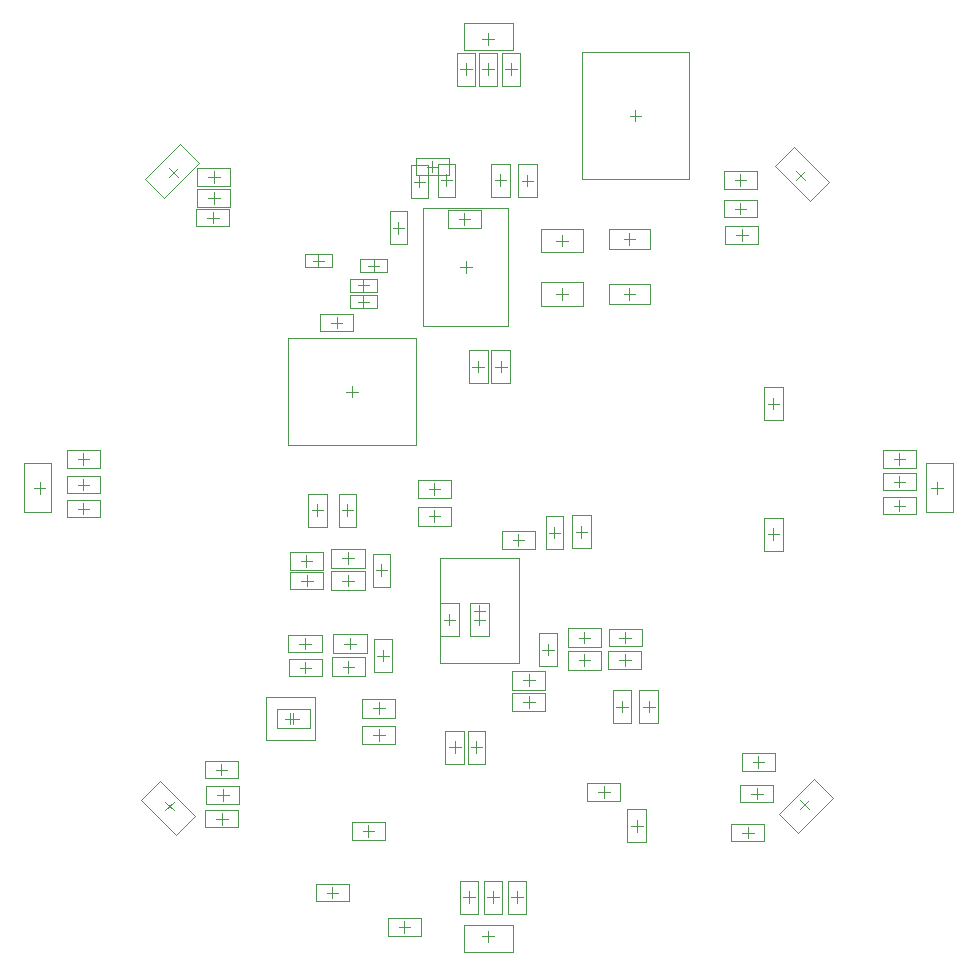
<source format=gbr>
%TF.GenerationSoftware,Altium Limited,Altium Designer,18.1.6 (161)*%
G04 Layer_Color=32768*
%FSLAX26Y26*%
%MOIN*%
%TF.FileFunction,Other,Mechanical_15*%
%TF.Part,Single*%
G01*
G75*
%TA.AperFunction,NonConductor*%
%ADD75C,0.003937*%
%ADD77C,0.001968*%
D75*
X2674685Y3470000D02*
X2714055D01*
X2694370Y3450315D02*
Y3489685D01*
X2943740Y4220000D02*
X2983110D01*
X2963425Y4200315D02*
Y4239685D01*
X2072839Y2074322D02*
X2100678Y2102161D01*
X2072839D02*
X2100678Y2074322D01*
X3171811Y3553504D02*
X3211181D01*
X3191496Y3533819D02*
Y3573189D01*
X3050315Y4045000D02*
X3089685D01*
X3070000Y4025315D02*
Y4064685D01*
X3370000Y2980315D02*
Y3019685D01*
X3350315Y3000000D02*
X3389685D01*
X3230315Y2975000D02*
X3269685D01*
X3250000Y2955315D02*
Y2994685D01*
X3460000Y2982913D02*
Y3022283D01*
X3440315Y3002598D02*
X3479685D01*
X2490000Y2360315D02*
Y2399685D01*
X2470315Y2380000D02*
X2509685D01*
X3020000Y2690315D02*
Y2729685D01*
X3000315Y2710000D02*
X3039685D01*
X3120000Y2690315D02*
Y2729685D01*
X3100315Y2710000D02*
X3139685D01*
X2480315Y2380000D02*
X2519685D01*
X2500000Y2360315D02*
Y2399685D01*
X3595000Y2400315D02*
Y2439685D01*
X3575315Y2420000D02*
X3614685D01*
X3450315Y2650000D02*
X3489685D01*
X3470000Y2630315D02*
Y2669685D01*
X3348708Y2590315D02*
Y2629685D01*
X3329023Y2610000D02*
X3368393D01*
X2765315Y2415000D02*
X2804685D01*
X2785000Y2395315D02*
Y2434685D01*
X2765315Y2325000D02*
X2804685D01*
X2785000Y2305315D02*
Y2344685D01*
X3685000Y2400315D02*
Y2439685D01*
X3665315Y2420000D02*
X3704685D01*
X3265315Y2435000D02*
X3304685D01*
X3285000Y2415315D02*
Y2454685D01*
X3265315Y2507598D02*
X3304685D01*
X3285000Y2487913D02*
Y2527283D01*
X3450315Y2575000D02*
X3489685D01*
X3470000Y2555315D02*
Y2594685D01*
X3586607Y2650000D02*
X3625977D01*
X3606292Y2630315D02*
Y2669685D01*
X3037598Y2265315D02*
Y2304685D01*
X3017913Y2285000D02*
X3057283D01*
X3110000Y2265315D02*
Y2304685D01*
X3090315Y2285000D02*
X3129685D01*
X2663780Y2553031D02*
X2703150D01*
X2683465Y2533346D02*
Y2572716D01*
X2668780Y2630000D02*
X2708150D01*
X2688465Y2610315D02*
Y2649685D01*
X2518780Y2630000D02*
X2558150D01*
X2538465Y2610315D02*
Y2649685D01*
X2520315Y2550000D02*
X2559685D01*
X2540000Y2530315D02*
Y2569685D01*
X2680000Y3055315D02*
Y3094685D01*
X2660315Y3075000D02*
X2699685D01*
X2580000Y3055315D02*
Y3094685D01*
X2560315Y3075000D02*
X2599685D01*
X2950315Y3055000D02*
X2989685D01*
X2970000Y3035315D02*
Y3074685D01*
X2950315Y3145000D02*
X2989685D01*
X2970000Y3125315D02*
Y3164685D01*
X2793465Y2855315D02*
Y2894685D01*
X2773780Y2875000D02*
X2813150D01*
X2662284Y2840000D02*
X2701654D01*
X2681969Y2820315D02*
Y2859685D01*
X2662284Y2915000D02*
X2701654D01*
X2681969Y2895315D02*
Y2934685D01*
X2523780Y2905000D02*
X2563150D01*
X2543465Y2885315D02*
Y2924685D01*
X2525315Y2840000D02*
X2564685D01*
X2545000Y2820315D02*
Y2859685D01*
X3585315Y2575000D02*
X3624685D01*
X3605000Y2555315D02*
Y2594685D01*
X3120000Y2720315D02*
Y2759685D01*
X3100315Y2740000D02*
X3139685D01*
X2798465Y2570315D02*
Y2609685D01*
X2778780Y2590000D02*
X2818150D01*
X3010000Y4155315D02*
Y4194685D01*
X2990315Y4175000D02*
X3029685D01*
X3075000Y3865315D02*
Y3904685D01*
X3055315Y3885000D02*
X3094685D01*
X2260000Y2190315D02*
Y2229685D01*
X2240315Y2210000D02*
X2279685D01*
X2265000Y2105315D02*
Y2144685D01*
X2245315Y2125000D02*
X2284685D01*
X2261535Y2026798D02*
Y2066168D01*
X2241850Y2046483D02*
X2281220D01*
X1800000Y3225315D02*
Y3264685D01*
X1780315Y3245000D02*
X1819685D01*
X1800000Y3140315D02*
Y3179685D01*
X1780315Y3160000D02*
X1819685D01*
X1800000Y3060315D02*
Y3099685D01*
X1780315Y3080000D02*
X1819685D01*
X2235000Y4165315D02*
Y4204685D01*
X2215315Y4185000D02*
X2254685D01*
X2231535Y4030315D02*
Y4069685D01*
X2211850Y4050000D02*
X2251220D01*
X2235000Y4095315D02*
Y4134685D01*
X2215315Y4115000D02*
X2254685D01*
X2750000Y1985315D02*
Y2024685D01*
X2730315Y2005000D02*
X2769685D01*
X2630000Y1780315D02*
Y1819685D01*
X2610315Y1800000D02*
X2649685D01*
X2870000Y1665315D02*
Y1704685D01*
X2850315Y1685000D02*
X2889685D01*
X3065315Y1785000D02*
X3104685D01*
X3085000Y1765315D02*
Y1804685D01*
X3145669Y1785000D02*
X3185039D01*
X3165354Y1765315D02*
Y1804685D01*
X3225315Y1785000D02*
X3264685D01*
X3245000Y1765315D02*
Y1804685D01*
X3149606Y1633858D02*
Y1673228D01*
X3129921Y1653543D02*
X3169291D01*
X4015000Y1980315D02*
Y2019685D01*
X3995315Y2000000D02*
X4034685D01*
X4045000Y2110315D02*
Y2149685D01*
X4025315Y2130000D02*
X4064685D01*
X4050000Y2215315D02*
Y2254685D01*
X4030315Y2235000D02*
X4069685D01*
X4189744Y2107528D02*
X4217582Y2079689D01*
X4189744D02*
X4217582Y2107528D01*
X4625984Y3149606D02*
X4665354D01*
X4645669Y3129921D02*
Y3169291D01*
X3995000Y3971851D02*
Y4011221D01*
X3975315Y3991535D02*
X4014685D01*
X3990000Y4060315D02*
Y4099685D01*
X3970315Y4080000D02*
X4009685D01*
X3990000Y4155315D02*
Y4194685D01*
X3970315Y4175000D02*
X4009685D01*
X4176081Y4176081D02*
X4203919Y4203919D01*
X4176081D02*
X4203919Y4176081D01*
X3055315Y4545000D02*
X3094685D01*
X3075000Y4525315D02*
Y4564685D01*
X3640000Y4370315D02*
Y4409685D01*
X3620315Y4390000D02*
X3659685D01*
X3205315Y4545000D02*
X3244685D01*
X3225000Y4525315D02*
Y4564685D01*
X3129921Y4545000D02*
X3169291D01*
X3149606Y4525315D02*
Y4564685D01*
X3149606Y4625984D02*
Y4665354D01*
X3129921Y4645669D02*
X3169291D01*
X2086081Y4213919D02*
X2113919Y4186081D01*
X2086081D02*
X2113919Y4213919D01*
X3096811Y3553504D02*
X3136181D01*
X3116496Y3533819D02*
Y3573189D01*
X2850000Y3996850D02*
Y4036220D01*
X2830315Y4016535D02*
X2869685D01*
X2920000Y4150315D02*
Y4189685D01*
X2900315Y4170000D02*
X2939685D01*
X2623898Y3700000D02*
X2663268D01*
X2643583Y3680315D02*
Y3719685D01*
X3375315Y3795000D02*
X3414685D01*
X3395000Y3775315D02*
Y3814685D01*
X4100000Y2975315D02*
Y3014685D01*
X4080315Y2995000D02*
X4119685D01*
X3375315Y3973228D02*
X3414685D01*
X3395000Y3953543D02*
Y3992913D01*
X4100000Y3410315D02*
Y3449685D01*
X4080315Y3430000D02*
X4119685D01*
X3280000Y4153819D02*
Y4193189D01*
X3260315Y4173504D02*
X3299685D01*
X3190000Y4155315D02*
Y4194685D01*
X3170315Y4175000D02*
X3209685D01*
X3600315Y3979724D02*
X3639685D01*
X3620000Y3960039D02*
Y3999410D01*
X4520000Y3070315D02*
Y3109685D01*
X4500315Y3090000D02*
X4539685D01*
X4520000Y3150315D02*
Y3189685D01*
X4500315Y3170000D02*
X4539685D01*
X4520000Y3225315D02*
Y3264685D01*
X4500315Y3245000D02*
X4539685D01*
X3645000Y2002318D02*
Y2041688D01*
X3625315Y2022003D02*
X3664685D01*
X3515315Y2135000D02*
X3554685D01*
X3535000Y2115315D02*
Y2154685D01*
X1653543Y3129921D02*
Y3169291D01*
X1633858Y3149606D02*
X1673228D01*
X3600315Y3795000D02*
X3639685D01*
X3620000Y3775315D02*
Y3814685D01*
D77*
X2906968Y3292835D02*
Y3647165D01*
X2481772Y3292835D02*
Y3647165D01*
Y3292835D02*
X2906968D01*
X2481772Y3647165D02*
X2906968D01*
X2908307Y4190472D02*
Y4249528D01*
X3018543Y4190472D02*
Y4249528D01*
X2908307Y4190472D02*
X3018543D01*
X2908307Y4249528D02*
X3018543D01*
X2054744Y2173150D02*
X2171667Y2056227D01*
X1990714Y2109121D02*
X2107637Y1992198D01*
X1990714Y2109121D02*
X2054744Y2173150D01*
X2107637Y1992198D02*
X2171667Y2056227D01*
X3222992Y3498386D02*
Y3608622D01*
X3160000Y3498386D02*
Y3608622D01*
X3222992D01*
X3160000Y3498386D02*
X3222992D01*
X3125118Y4015472D02*
Y4074528D01*
X3014882Y4015472D02*
Y4074528D01*
X3125118D01*
X3014882Y4015472D02*
X3125118D01*
X3340472Y3055118D02*
X3399528D01*
X3340472Y2944882D02*
X3399528D01*
Y3055118D01*
X3340472Y2944882D02*
Y3055118D01*
X3305118Y2945472D02*
Y3004528D01*
X3194882Y2945472D02*
Y3004528D01*
Y2945472D02*
X3305118D01*
X3194882Y3004528D02*
X3305118D01*
X3428504Y3057716D02*
X3491496D01*
X3428504Y2947480D02*
X3491496D01*
Y3057716D01*
X3428504Y2947480D02*
Y3057716D01*
X2407323Y2309134D02*
X2572677D01*
X2407323Y2450866D02*
X2572677D01*
Y2309134D02*
Y2450866D01*
X2407323Y2309134D02*
Y2450866D01*
X2988504Y2654882D02*
X3051496D01*
X2988504Y2765118D02*
X3051496D01*
Y2654882D02*
Y2765118D01*
X2988504Y2654882D02*
Y2765118D01*
X3088504Y2654882D02*
X3151496D01*
X3088504Y2765118D02*
X3151496D01*
Y2654882D02*
Y2765118D01*
X3088504Y2654882D02*
Y2765118D01*
X2444882Y2348504D02*
Y2411496D01*
X2555118Y2348504D02*
Y2411496D01*
X2444882Y2348504D02*
X2555118D01*
X2444882Y2411496D02*
X2555118D01*
X3565472Y2364882D02*
X3624528D01*
X3565472Y2475118D02*
X3624528D01*
X3565472Y2364882D02*
Y2475118D01*
X3624528Y2364882D02*
Y2475118D01*
X3525118Y2618504D02*
Y2681496D01*
X3414882Y2618504D02*
Y2681496D01*
Y2618504D02*
X3525118D01*
X3414882Y2681496D02*
X3525118D01*
X3319180Y2554882D02*
X3378236D01*
X3319180Y2665118D02*
X3378236D01*
X3319180Y2554882D02*
Y2665118D01*
X3378236Y2554882D02*
Y2665118D01*
X2729882Y2383504D02*
Y2446496D01*
X2840118Y2383504D02*
Y2446496D01*
X2729882D02*
X2840118D01*
X2729882Y2383504D02*
X2840118D01*
X2729882Y2295472D02*
Y2354528D01*
X2840118Y2295472D02*
Y2354528D01*
X2729882D02*
X2840118D01*
X2729882Y2295472D02*
X2840118D01*
X3653504Y2364882D02*
X3716496D01*
X3653504Y2475118D02*
X3716496D01*
X3653504Y2364882D02*
Y2475118D01*
X3716496Y2364882D02*
Y2475118D01*
X3229882Y2405472D02*
Y2464528D01*
X3340118Y2405472D02*
Y2464528D01*
X3229882D02*
X3340118D01*
X3229882Y2405472D02*
X3340118D01*
X3229882Y2476102D02*
Y2539095D01*
X3340118Y2476102D02*
Y2539095D01*
X3229882D02*
X3340118D01*
X3229882Y2476102D02*
X3340118D01*
X3525118Y2543504D02*
Y2606496D01*
X3414882Y2543504D02*
Y2606496D01*
Y2543504D02*
X3525118D01*
X3414882Y2606496D02*
X3525118D01*
X3551174Y2620472D02*
Y2679528D01*
X3661410Y2620472D02*
Y2679528D01*
X3551174D02*
X3661410D01*
X3551174Y2620472D02*
X3661410D01*
X3006102Y2229882D02*
X3069095D01*
X3006102Y2340118D02*
X3069095D01*
X3006102Y2229882D02*
Y2340118D01*
X3069095Y2229882D02*
Y2340118D01*
X3080472Y2229882D02*
X3139528D01*
X3080472Y2340118D02*
X3139528D01*
X3080472Y2229882D02*
Y2340118D01*
X3139528Y2229882D02*
Y2340118D01*
X2628347Y2521535D02*
Y2584528D01*
X2738583Y2521535D02*
Y2584528D01*
X2628347D02*
X2738583D01*
X2628347Y2521535D02*
X2738583D01*
X2633347Y2598504D02*
Y2661496D01*
X2743583Y2598504D02*
Y2661496D01*
X2633347D02*
X2743583D01*
X2633347Y2598504D02*
X2743583D01*
X2483347Y2600472D02*
Y2659528D01*
X2593583Y2600472D02*
Y2659528D01*
X2483347D02*
X2593583D01*
X2483347Y2600472D02*
X2593583D01*
X2595118Y2520472D02*
Y2579528D01*
X2484882Y2520472D02*
Y2579528D01*
Y2520472D02*
X2595118D01*
X2484882Y2579528D02*
X2595118D01*
X2650472Y3130118D02*
X2709528D01*
X2650472Y3019882D02*
X2709528D01*
Y3130118D01*
X2650472Y3019882D02*
Y3130118D01*
X2548504D02*
X2611496D01*
X2548504Y3019882D02*
X2611496D01*
Y3130118D01*
X2548504Y3019882D02*
Y3130118D01*
X3025118Y3023504D02*
Y3086496D01*
X2914882Y3023504D02*
Y3086496D01*
Y3023504D02*
X3025118D01*
X2914882Y3086496D02*
X3025118D01*
Y3115472D02*
Y3174528D01*
X2914882Y3115472D02*
Y3174528D01*
Y3115472D02*
X3025118D01*
X2914882Y3174528D02*
X3025118D01*
X2763937Y2930118D02*
X2822992D01*
X2763937Y2819882D02*
X2822992D01*
Y2930118D01*
X2763937Y2819882D02*
Y2930118D01*
X2626851Y2808504D02*
Y2871496D01*
X2737087Y2808504D02*
Y2871496D01*
X2626851D02*
X2737087D01*
X2626851Y2808504D02*
X2737087D01*
X2626851Y2883504D02*
Y2946496D01*
X2737087Y2883504D02*
Y2946496D01*
X2626851D02*
X2737087D01*
X2626851Y2883504D02*
X2737087D01*
X2488347Y2875472D02*
Y2934528D01*
X2598583Y2875472D02*
Y2934528D01*
X2488347D02*
X2598583D01*
X2488347Y2875472D02*
X2598583D01*
X2600118Y2810472D02*
Y2869528D01*
X2489882Y2810472D02*
Y2869528D01*
Y2810472D02*
X2600118D01*
X2489882Y2869528D02*
X2600118D01*
X3660118Y2545472D02*
Y2604528D01*
X3549882Y2545472D02*
Y2604528D01*
Y2545472D02*
X3660118D01*
X3549882Y2604528D02*
X3660118D01*
X3251890Y2563819D02*
Y2916181D01*
X2988110Y2563819D02*
X3251890D01*
X2988110D02*
Y2916181D01*
X3251890D01*
X2768937Y2534882D02*
X2827992D01*
X2768937Y2645118D02*
X2827992D01*
X2768937Y2534882D02*
Y2645118D01*
X2827992Y2534882D02*
Y2645118D01*
X2980472Y4230118D02*
X3039528D01*
X2980472Y4119882D02*
X3039528D01*
Y4230118D01*
X2980472Y4119882D02*
Y4230118D01*
X2933268Y3688150D02*
X3216732D01*
X2933268Y4081850D02*
X3216732D01*
Y3688150D02*
Y4081850D01*
X2933268Y3688150D02*
Y4081850D01*
X2204882Y2239528D02*
X2315118D01*
X2204882Y2180472D02*
X2315118D01*
X2204882D02*
Y2239528D01*
X2315118Y2180472D02*
Y2239528D01*
X2209882Y2154528D02*
X2320118D01*
X2209882Y2095472D02*
X2320118D01*
X2209882D02*
Y2154528D01*
X2320118Y2095472D02*
Y2154528D01*
X2206417Y2076011D02*
X2316653D01*
X2206417Y2016956D02*
X2316653D01*
X2206417D02*
Y2076011D01*
X2316653Y2016956D02*
Y2076011D01*
X1744882Y3274528D02*
X1855118D01*
X1744882Y3215472D02*
X1855118D01*
X1744882D02*
Y3274528D01*
X1855118Y3215472D02*
Y3274528D01*
X1744882Y3189528D02*
X1855118D01*
X1744882Y3130472D02*
X1855118D01*
X1744882D02*
Y3189528D01*
X1855118Y3130472D02*
Y3189528D01*
X1744882Y3109528D02*
X1855118D01*
X1744882Y3050472D02*
X1855118D01*
X1744882D02*
Y3109528D01*
X1855118Y3050472D02*
Y3109528D01*
X2179882Y4214528D02*
X2290118D01*
X2179882Y4155472D02*
X2290118D01*
X2179882D02*
Y4214528D01*
X2290118Y4155472D02*
Y4214528D01*
X2176417Y4079528D02*
X2286653D01*
X2176417Y4020472D02*
X2286653D01*
X2176417D02*
Y4079528D01*
X2286653Y4020472D02*
Y4079528D01*
X2179882Y4144528D02*
X2290118D01*
X2179882Y4085472D02*
X2290118D01*
X2179882D02*
Y4144528D01*
X2290118Y4085472D02*
Y4144528D01*
X2694882Y1975473D02*
X2805118D01*
X2694882Y2034528D02*
X2805118D01*
Y1975473D02*
Y2034528D01*
X2694882Y1975473D02*
Y2034528D01*
X2574882Y1770473D02*
X2685118D01*
X2574882Y1829528D02*
X2685118D01*
Y1770473D02*
Y1829528D01*
X2574882Y1770473D02*
Y1829528D01*
X2814882Y1655473D02*
X2925118D01*
X2814882Y1714528D02*
X2925118D01*
Y1655473D02*
Y1714528D01*
X2814882Y1655473D02*
Y1714528D01*
X3055472Y1729882D02*
Y1840118D01*
X3114528Y1729882D02*
Y1840118D01*
X3055472Y1729882D02*
X3114528D01*
X3055472Y1840118D02*
X3114528D01*
X3135827Y1729882D02*
Y1840118D01*
X3194882Y1729882D02*
Y1840118D01*
X3135827Y1729882D02*
X3194882D01*
X3135827Y1840118D02*
X3194882D01*
X3215472Y1729882D02*
Y1840118D01*
X3274528Y1729882D02*
Y1840118D01*
X3215472Y1729882D02*
X3274528D01*
X3215472Y1840118D02*
X3274528D01*
X3066929Y1690945D02*
X3232283D01*
X3066929Y1600394D02*
X3232283D01*
X3066929D02*
Y1690945D01*
X3232283Y1600394D02*
Y1690945D01*
X3959882Y1970473D02*
X4070118D01*
X3959882Y2029528D02*
X4070118D01*
Y1970473D02*
Y2029528D01*
X3959882Y1970473D02*
Y2029528D01*
X3989882Y2100472D02*
X4100118D01*
X3989882Y2159528D02*
X4100118D01*
Y2100472D02*
Y2159528D01*
X3989882Y2100472D02*
Y2159528D01*
X3994882Y2205472D02*
X4105118D01*
X3994882Y2264528D02*
X4105118D01*
Y2205472D02*
Y2264528D01*
X3994882Y2205472D02*
Y2264528D01*
X4118755Y2061593D02*
X4235678Y2178517D01*
X4182784Y1997564D02*
X4299707Y2114487D01*
X4118755Y2061593D02*
X4182784Y1997564D01*
X4235678Y2178517D02*
X4299707Y2114487D01*
X4608268Y3066929D02*
Y3232284D01*
X4698819Y3066929D02*
Y3232284D01*
X4608268Y3066929D02*
X4698819D01*
X4608268Y3232284D02*
X4698819D01*
X3939882Y3962008D02*
X4050118D01*
X3939882Y4021063D02*
X4050118D01*
Y3962008D02*
Y4021063D01*
X3939882Y3962008D02*
Y4021063D01*
X3934882Y4050472D02*
X4045118D01*
X3934882Y4109528D02*
X4045118D01*
Y4050472D02*
Y4109528D01*
X3934882Y4050472D02*
Y4109528D01*
Y4145472D02*
X4045118D01*
X3934882Y4204528D02*
X4045118D01*
Y4145472D02*
Y4204528D01*
X3934882Y4145472D02*
Y4204528D01*
X4105092Y4222015D02*
X4222015Y4105092D01*
X4169121Y4286044D02*
X4286044Y4169121D01*
X4222015Y4105092D02*
X4286044Y4169121D01*
X4105092Y4222015D02*
X4169121Y4286044D01*
X3104528Y4489882D02*
Y4600118D01*
X3045472Y4489882D02*
Y4600118D01*
X3104528D01*
X3045472Y4489882D02*
X3104528D01*
X3462835Y4177402D02*
X3817165D01*
X3462835Y4602598D02*
X3817165D01*
X3462835Y4177402D02*
Y4602598D01*
X3817165Y4177402D02*
Y4602598D01*
X3254528Y4489882D02*
Y4600118D01*
X3195472Y4489882D02*
Y4600118D01*
X3254528D01*
X3195472Y4489882D02*
X3254528D01*
X3179133D02*
Y4600118D01*
X3120078Y4489882D02*
Y4600118D01*
X3179133D01*
X3120078Y4489882D02*
X3179133D01*
X3066929Y4608268D02*
X3232284D01*
X3066929Y4698819D02*
X3232284D01*
Y4608268D02*
Y4698819D01*
X3066929Y4608268D02*
Y4698819D01*
X2067985Y4115092D02*
X2184909Y4232015D01*
X2003956Y4179121D02*
X2120879Y4296044D01*
X2184909Y4232015D01*
X2003956Y4179121D02*
X2067985Y4115092D01*
X2687165Y3803346D02*
Y3846653D01*
X2777716Y3803346D02*
Y3846653D01*
X2687165D02*
X2777716D01*
X2687165Y3803346D02*
X2777716D01*
X2713740Y3825000D02*
X2751142D01*
X2732441Y3806299D02*
Y3843701D01*
X2687284Y3748346D02*
Y3791653D01*
X2777835Y3748346D02*
Y3791653D01*
X2687284D02*
X2777835D01*
X2687284Y3748346D02*
X2777835D01*
X2713858Y3770000D02*
X2751260D01*
X2732559Y3751299D02*
Y3788701D01*
X3147992Y3498386D02*
Y3608622D01*
X3085000Y3498386D02*
Y3608622D01*
X3147992D01*
X3085000Y3498386D02*
X3147992D01*
X2820472Y4071653D02*
X2879528D01*
X2820472Y3961417D02*
X2879528D01*
Y4071653D01*
X2820472Y3961417D02*
Y4071653D01*
X2890472Y4225118D02*
X2949528D01*
X2890472Y4114882D02*
X2949528D01*
Y4225118D01*
X2890472Y4114882D02*
Y4225118D01*
X2588465Y3670472D02*
Y3729528D01*
X2698701Y3670472D02*
Y3729528D01*
X2588465D02*
X2698701D01*
X2588465Y3670472D02*
X2698701D01*
X2627835Y3883662D02*
Y3926969D01*
X2537284Y3883662D02*
Y3926969D01*
Y3883662D02*
X2627835D01*
X2537284Y3926969D02*
X2627835D01*
X2563858Y3905315D02*
X2601260D01*
X2582559Y3886614D02*
Y3924016D01*
X2722284Y3868346D02*
Y3911653D01*
X2812835Y3868346D02*
Y3911653D01*
X2722284D02*
X2812835D01*
X2722284Y3868346D02*
X2812835D01*
X2748858Y3890000D02*
X2786260D01*
X2767559Y3871299D02*
Y3908701D01*
X3326102Y3755630D02*
Y3834370D01*
X3463898Y3755630D02*
Y3834370D01*
X3326102D02*
X3463898D01*
X3326102Y3755630D02*
X3463898D01*
X4068504Y3050118D02*
X4131496D01*
X4068504Y2939882D02*
X4131496D01*
Y3050118D01*
X4068504Y2939882D02*
Y3050118D01*
X3326102Y3933858D02*
Y4012599D01*
X3463898Y3933858D02*
Y4012599D01*
X3326102D02*
X3463898D01*
X3326102Y3933858D02*
X3463898D01*
X4068504Y3485118D02*
X4131496D01*
X4068504Y3374882D02*
X4131496D01*
Y3485118D01*
X4068504Y3374882D02*
Y3485118D01*
X3248504Y4228622D02*
X3311496D01*
X3248504Y4118386D02*
X3311496D01*
Y4228622D01*
X3248504Y4118386D02*
Y4228622D01*
X3158504Y4230118D02*
X3221496D01*
X3158504Y4119882D02*
X3221496D01*
Y4230118D01*
X3158504Y4119882D02*
Y4230118D01*
X3552480Y3946851D02*
Y4012599D01*
X3687520D01*
X3687520Y3946851D02*
Y4012599D01*
X3552480Y3946851D02*
X3687520D01*
X4464882Y3060472D02*
X4575118D01*
X4464882Y3119528D02*
X4575118D01*
Y3060472D02*
Y3119528D01*
X4464882Y3060472D02*
Y3119528D01*
Y3140472D02*
X4575118D01*
X4464882Y3199528D02*
X4575118D01*
Y3140472D02*
Y3199528D01*
X4464882Y3140472D02*
Y3199528D01*
Y3215472D02*
X4575118D01*
X4464882Y3274528D02*
X4575118D01*
Y3215472D02*
Y3274528D01*
X4464882Y3215472D02*
Y3274528D01*
X3613504Y2077121D02*
X3676496D01*
X3613504Y1966885D02*
X3676496D01*
X3613504D02*
Y2077121D01*
X3676496Y1966885D02*
Y2077121D01*
X3479882Y2105472D02*
Y2164528D01*
X3590118Y2105472D02*
Y2164528D01*
X3479882Y2105472D02*
X3590118D01*
X3479882Y2164528D02*
X3590118D01*
X1600394Y3066929D02*
X1690945D01*
X1600394Y3232284D02*
X1690945D01*
X1600394Y3066929D02*
Y3232284D01*
X1690945Y3066929D02*
Y3232284D01*
X3552480Y3762126D02*
Y3827874D01*
X3687520D01*
X3687520Y3762126D02*
Y3827874D01*
X3552480Y3762126D02*
X3687520D01*
%TF.MD5,71aefafca46f5d4209f3a1aa61d4c1d6*%
M02*

</source>
